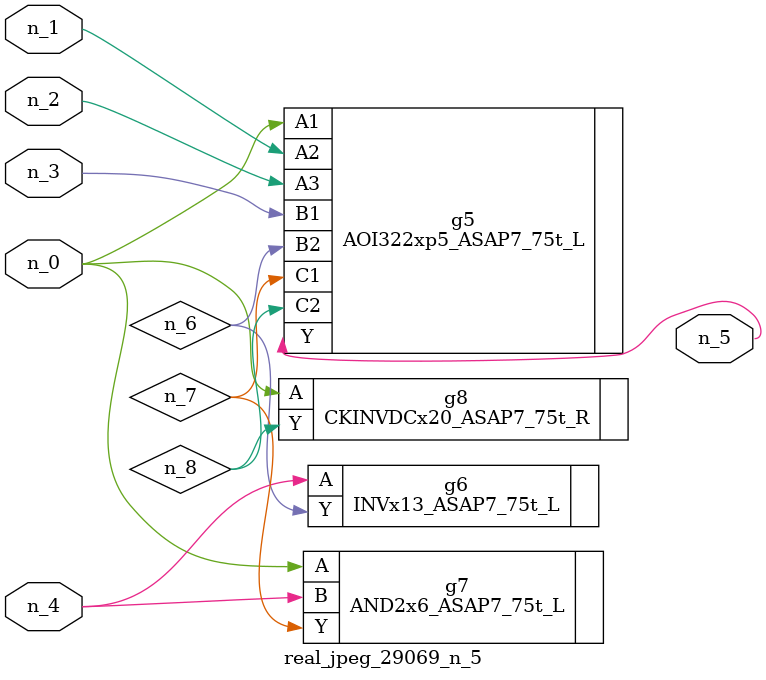
<source format=v>
module real_jpeg_29069_n_5 (n_4, n_0, n_1, n_2, n_3, n_5);

input n_4;
input n_0;
input n_1;
input n_2;
input n_3;

output n_5;

wire n_8;
wire n_6;
wire n_7;

AOI322xp5_ASAP7_75t_L g5 ( 
.A1(n_0),
.A2(n_1),
.A3(n_2),
.B1(n_3),
.B2(n_6),
.C1(n_7),
.C2(n_8),
.Y(n_5)
);

AND2x6_ASAP7_75t_L g7 ( 
.A(n_0),
.B(n_4),
.Y(n_7)
);

CKINVDCx20_ASAP7_75t_R g8 ( 
.A(n_0),
.Y(n_8)
);

INVx13_ASAP7_75t_L g6 ( 
.A(n_4),
.Y(n_6)
);


endmodule
</source>
